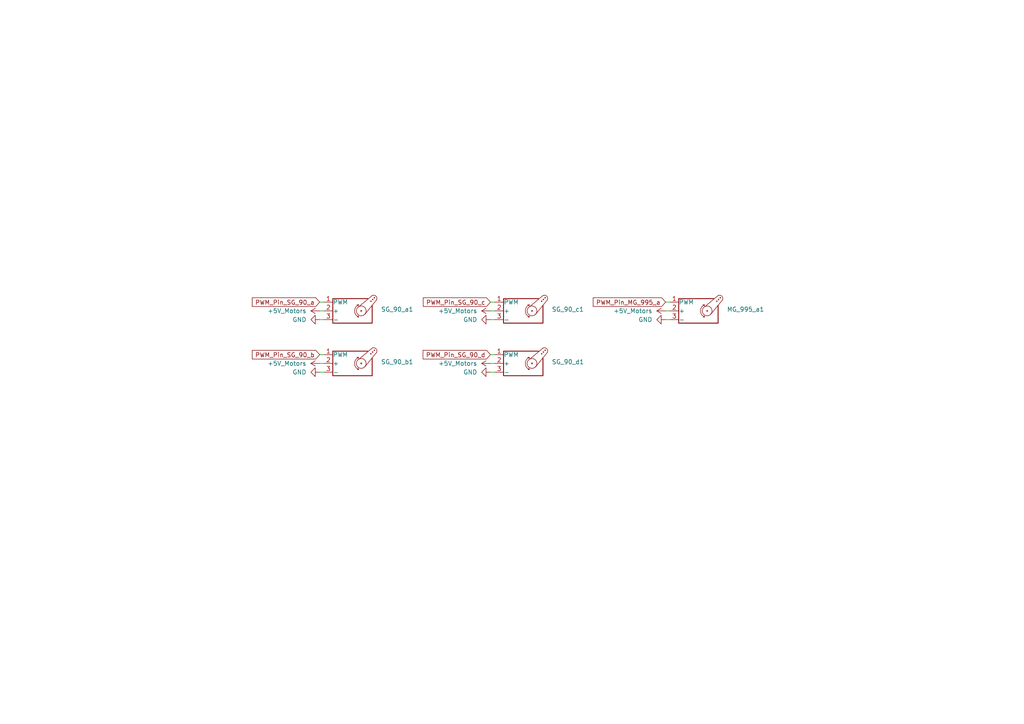
<source format=kicad_sch>
(kicad_sch (version 20231120) (generator "eeschema") (generator_version "8.0")
  (paper "A4")
  (lib_symbols
    (symbol "Motor:Motor_Servo" (pin_names (offset 0.0254))
      (property "Reference" "M" (at -5.08 4.445 0))
      (property "Value" "Motor_Servo" (at -5.08 -4.064 0))
      (symbol "Motor_Servo_0_1"
        (polyline (pts (xy 2.413 -1.778) (xy 2.032 -1.778)))
        (polyline (pts (xy 2.413 -1.778) (xy 2.286 -1.397)))
        (polyline (pts (xy 2.413 1.778) (xy 1.905 1.778)))
        (polyline (pts (xy 2.413 1.778) (xy 2.286 1.397)))
        (polyline (pts (xy 6.35 4.445) (xy 2.54 1.27)))
        (polyline (pts (xy 7.62 3.175) (xy 4.191 -1.016)))
        (polyline (pts (xy 5.08 3.556) (xy -5.08 3.556) (xy -5.08 -3.556) (xy 6.35 -3.556) (xy 6.35 1.524)) (stroke (width 0.254)))
        (arc (start 2.413 1.778) (mid 1.2406 0) (end 2.413 -1.778))
        (circle (center 3.175 0) (radius 0.1778))
        (circle (center 3.175 0) (radius 1.4224))
        (circle (center 5.969 2.794) (radius 0.127))
        (circle (center 6.477 3.302) (radius 0.127))
        (circle (center 6.985 3.81) (radius 0.127))
        (arc (start 7.62 3.175) (mid 7.4485 4.2735) (end 6.35 4.445))
      )
      (symbol "Motor_Servo_1_1"
        (pin passive line (at -7.62 2.54 0) (length 2.54) (name "PWM") (number "1"))
        (pin passive line (at -7.62 0 0) (length 2.54) (name "+") (number "2"))
        (pin passive line (at -7.62 -2.54 0) (length 2.54) (name "-") (number "3"))
      )
    )
    (symbol "power:+5V" (power) (pin_names (offset 0))
      (property "Value" "+5V" (at 0 3.556 0))
      (symbol "+5V_0_1"
        (polyline (pts (xy -0.762 1.27) (xy 0 2.54)))
        (polyline (pts (xy 0 0) (xy 0 2.54)))
        (polyline (pts (xy 0 2.54) (xy 0.762 1.27)))
      )
      (symbol "+5V_1_1"
        (pin power_in line (at 0 0 90) (length 0) hide (name "+5V") (number "1"))
      )
    )
    (symbol "power:GND" (power) (pin_names (offset 0))
      (property "Value" "GND" (at 0 -3.81 0))
      (symbol "GND_0_1"
        (polyline (pts (xy 0 0) (xy 0 -1.27) (xy 1.27 -1.27) (xy 0 -2.54) (xy -1.27 -1.27) (xy 0 -1.27)))
      )
      (symbol "GND_1_1"
        (pin power_in line (at 0 0 270) (length 0) hide (name "GND") (number "1"))
      )
    )
  )
  (wire (pts (xy 92.71 105.41) (xy 93.98 105.41)))
  (wire (pts (xy 142.24 107.95) (xy 143.51 107.95)))
  (wire (pts (xy 92.71 87.63) (xy 93.98 87.63)))
  (wire (pts (xy 193.04 87.63) (xy 194.31 87.63)))
  (wire (pts (xy 193.04 92.71) (xy 194.31 92.71)))
  (wire (pts (xy 92.71 102.87) (xy 93.98 102.87)))
  (wire (pts (xy 142.24 87.63) (xy 143.51 87.63)))
  (wire (pts (xy 193.04 90.17) (xy 194.31 90.17)))
  (wire (pts (xy 92.71 90.17) (xy 93.98 90.17)))
  (wire (pts (xy 142.24 102.87) (xy 143.51 102.87)))
  (wire (pts (xy 92.71 107.95) (xy 93.98 107.95)))
  (wire (pts (xy 142.24 105.41) (xy 143.51 105.41)))
  (wire (pts (xy 142.24 90.17) (xy 143.51 90.17)))
  (wire (pts (xy 92.71 92.71) (xy 93.98 92.71)))
  (wire (pts (xy 142.24 92.71) (xy 143.51 92.71)))
  (global_label "PWM_Pin_SG_90_a" (shape input) (at 92.71 87.63 180) (property "Intersheetrefs" "${INTERSHEET_REFS}" (effects (hide yes))))
  (global_label "PWM_Pin_SG_90_d" (shape input) (at 142.24 102.87 180) (property "Intersheetrefs" "${INTERSHEET_REFS}" (effects (hide yes))))
  (global_label "PWM_Pin_SG_90_c" (shape input) (at 142.24 87.63 180) (property "Intersheetrefs" "${INTERSHEET_REFS}" (effects (hide yes))))
  (global_label "PWM_Pin_SG_90_b" (shape input) (at 92.71 102.87 180) (property "Intersheetrefs" "${INTERSHEET_REFS}" (effects (hide yes))))
  (global_label "PWM_Pin_MG_995_a" (shape input) (at 193.04 87.63 180) (property "Intersheetrefs" "${INTERSHEET_REFS}" (effects (hide yes))))
  (symbol (lib_id "power:GND") (at 142.24 107.95 270) (unit 1)
    (property "Reference" "#PWR18" (effects (hide yes)))
    (property "Value" "GND" (at 138.43 107.9499 90) (effects (justify right)))
    (property "Description" "Power symbol creates a global label with name \"GND\" , ground" (effects (hide yes)))
  )
  (symbol (lib_id "power:+5V") (at 193.04 90.17 90) (unit 1)
    (property "Reference" "#PWR19" (effects (hide yes)))
    (property "Value" "+5V_Motors" (at 189.23 90.1699 90) (effects (justify left)))
    (property "Description" "Power symbol creates a global label with name \"+5V\"" (effects (hide yes)))
  )
  (symbol (lib_id "Motor:Motor_Servo") (at 151.13 90.17 0) (unit 1)
    (property "Reference" "SG_90_c1" (at 160.02 89.7365 0) (effects (justify left)))
    (property "Value" "SG_90_c" (effects (hide yes)))
    (property "Footprint" "Connector_PinHeader_2.54mm:PinHeader_1x03_P2.54mm_Vertical" (effects (hide yes)))
    (property "Datasheet" "http://forums.parallax.com/uploads/attachments/46831/74481.png" (effects (hide yes)))
    (property "Description" "Servo Motor (Futaba, HiTec, JR connector)" (effects (hide yes)))
  )
  (symbol (lib_id "Motor:Motor_Servo") (at 151.13 105.41 0) (unit 1)
    (property "Reference" "SG_90_d1" (at 160.02 104.9765 0) (effects (justify left)))
    (property "Value" "SG_90_d" (effects (hide yes)))
    (property "Footprint" "Connector_PinHeader_2.54mm:PinHeader_1x03_P2.54mm_Vertical" (effects (hide yes)))
    (property "Datasheet" "http://forums.parallax.com/uploads/attachments/46831/74481.png" (effects (hide yes)))
    (property "Description" "Servo Motor (Futaba, HiTec, JR connector)" (effects (hide yes)))
  )
  (symbol (lib_id "power:+5V") (at 92.71 105.41 90) (unit 1)
    (property "Reference" "#PWR13" (effects (hide yes)))
    (property "Value" "+5V_Motors" (at 88.9 105.4099 90) (effects (justify left)))
    (property "Description" "Power symbol creates a global label with name \"+5V\"" (effects (hide yes)))
  )
  (symbol (lib_id "Motor:Motor_Servo") (at 201.93 90.17 0) (unit 1)
    (property "Reference" "MG_995_a1" (at 210.82 89.7365 0) (effects (justify left)))
    (property "Value" "MG_995_a" (effects (hide yes)))
    (property "Footprint" "Connector_PinHeader_2.54mm:PinHeader_1x03_P2.54mm_Vertical" (effects (hide yes)))
    (property "Datasheet" "http://forums.parallax.com/uploads/attachments/46831/74481.png" (effects (hide yes)))
    (property "Description" "Servo Motor (Futaba, HiTec, JR connector)" (effects (hide yes)))
  )
  (symbol (lib_id "power:GND") (at 142.24 92.71 270) (unit 1)
    (property "Reference" "#PWR16" (effects (hide yes)))
    (property "Value" "GND" (at 138.43 92.7099 90) (effects (justify right)))
    (property "Description" "Power symbol creates a global label with name \"GND\" , ground" (effects (hide yes)))
  )
  (symbol (lib_id "power:GND") (at 193.04 92.71 270) (unit 1)
    (property "Reference" "#PWR20" (effects (hide yes)))
    (property "Value" "GND" (at 189.23 92.7099 90) (effects (justify right)))
    (property "Description" "Power symbol creates a global label with name \"GND\" , ground" (effects (hide yes)))
  )
  (symbol (lib_id "power:GND") (at 92.71 107.95 270) (unit 1)
    (property "Reference" "#PWR14" (effects (hide yes)))
    (property "Value" "GND" (at 88.9 107.9499 90) (effects (justify right)))
    (property "Description" "Power symbol creates a global label with name \"GND\" , ground" (effects (hide yes)))
  )
  (symbol (lib_id "Motor:Motor_Servo") (at 101.6 90.17 0) (unit 1)
    (property "Reference" "SG_90_a1" (at 110.49 89.7365 0) (effects (justify left)))
    (property "Value" "SG_90_a" (effects (hide yes)))
    (property "Footprint" "Connector_PinHeader_2.54mm:PinHeader_1x03_P2.54mm_Vertical" (effects (hide yes)))
    (property "Datasheet" "http://forums.parallax.com/uploads/attachments/46831/74481.png" (effects (hide yes)))
    (property "Description" "Servo Motor (Futaba, HiTec, JR connector)" (effects (hide yes)))
  )
  (symbol (lib_id "power:GND") (at 92.71 92.71 270) (unit 1)
    (property "Reference" "#PWR12" (effects (hide yes)))
    (property "Value" "GND" (at 88.9 92.7099 90) (effects (justify right)))
    (property "Description" "Power symbol creates a global label with name \"GND\" , ground" (effects (hide yes)))
  )
  (symbol (lib_id "power:+5V") (at 142.24 90.17 90) (unit 1)
    (property "Reference" "#PWR15" (effects (hide yes)))
    (property "Value" "+5V_Motors" (at 138.43 90.1699 90) (effects (justify left)))
    (property "Description" "Power symbol creates a global label with name \"+5V\"" (effects (hide yes)))
  )
  (symbol (lib_id "Motor:Motor_Servo") (at 101.6 105.41 0) (unit 1)
    (property "Reference" "SG_90_b1" (at 110.49 104.9765 0) (effects (justify left)))
    (property "Value" "SG_90_b" (effects (hide yes)))
    (property "Footprint" "Connector_PinHeader_2.54mm:PinHeader_1x03_P2.54mm_Vertical" (effects (hide yes)))
    (property "Datasheet" "http://forums.parallax.com/uploads/attachments/46831/74481.png" (effects (hide yes)))
    (property "Description" "Servo Motor (Futaba, HiTec, JR connector)" (effects (hide yes)))
  )
  (symbol (lib_id "power:+5V") (at 92.71 90.17 90) (unit 1)
    (property "Reference" "#PWR11" (effects (hide yes)))
    (property "Value" "+5V_Motors" (at 88.9 90.1699 90) (effects (justify left)))
    (property "Description" "Power symbol creates a global label with name \"+5V\"" (effects (hide yes)))
  )
  (symbol (lib_id "power:+5V") (at 142.24 105.41 90) (unit 1)
    (property "Reference" "#PWR17" (effects (hide yes)))
    (property "Value" "+5V_Motors" (at 138.43 105.4099 90) (effects (justify left)))
    (property "Description" "Power symbol creates a global label with name \"+5V\"" (effects (hide yes)))
  )
)
</source>
